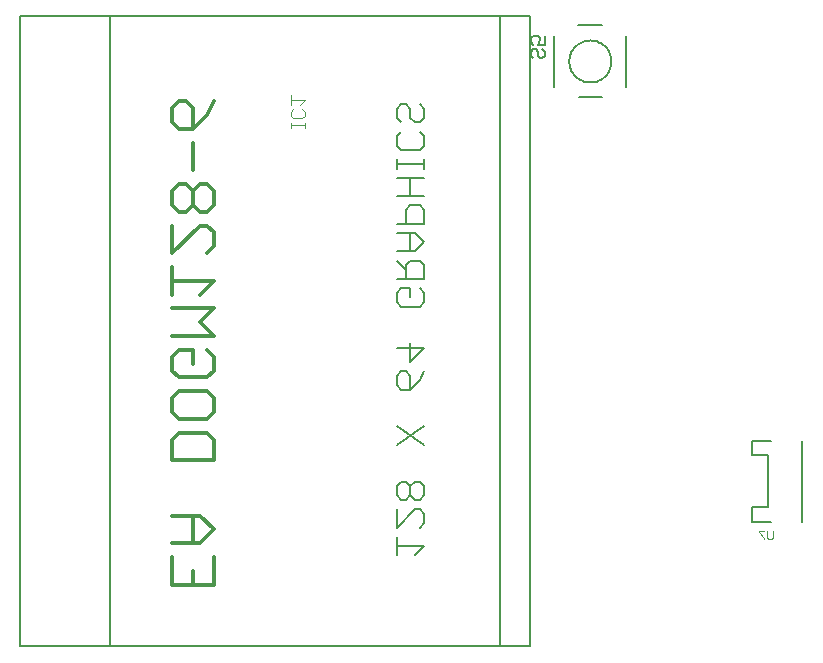
<source format=gbo>
G75*
G70*
%OFA0B0*%
%FSLAX24Y24*%
%IPPOS*%
%LPD*%
%AMOC8*
5,1,8,0,0,1.08239X$1,22.5*
%
%ADD10C,0.0080*%
%ADD11C,0.0020*%
%ADD12C,0.0050*%
%ADD13C,0.0120*%
%ADD14C,0.0040*%
D10*
X025670Y007170D02*
X025670Y007784D01*
X025670Y008091D02*
X026284Y008705D01*
X026437Y008705D01*
X026591Y008551D01*
X026591Y008244D01*
X026437Y008091D01*
X026591Y007477D02*
X025670Y007477D01*
X026284Y007170D02*
X026591Y007477D01*
X025670Y008091D02*
X025670Y008705D01*
X025823Y009012D02*
X025977Y009012D01*
X026130Y009165D01*
X026130Y009472D01*
X025977Y009625D01*
X025823Y009625D01*
X025670Y009472D01*
X025670Y009165D01*
X025823Y009012D01*
X026130Y009165D02*
X026284Y009012D01*
X026437Y009012D01*
X026591Y009165D01*
X026591Y009472D01*
X026437Y009625D01*
X026284Y009625D01*
X026130Y009472D01*
X025670Y010853D02*
X026591Y011467D01*
X026591Y010853D02*
X025670Y011467D01*
X025823Y012695D02*
X025670Y012848D01*
X025670Y013155D01*
X025823Y013309D01*
X025977Y013309D01*
X026130Y013155D01*
X026130Y012695D01*
X025823Y012695D01*
X026130Y012695D02*
X026437Y013002D01*
X026591Y013309D01*
X026130Y013616D02*
X026130Y014229D01*
X025670Y014076D02*
X026591Y014076D01*
X026130Y013616D01*
X025823Y015457D02*
X025670Y015611D01*
X025670Y015917D01*
X025823Y016071D01*
X026130Y016071D01*
X026130Y015764D01*
X026437Y015457D02*
X025823Y015457D01*
X026437Y015457D02*
X026591Y015611D01*
X026591Y015917D01*
X026437Y016071D01*
X026591Y016378D02*
X026591Y016838D01*
X026437Y016992D01*
X026130Y016992D01*
X025977Y016838D01*
X025977Y016378D01*
X025670Y016378D02*
X026591Y016378D01*
X025977Y016685D02*
X025670Y016992D01*
X025670Y017299D02*
X026284Y017299D01*
X026591Y017606D01*
X026284Y017913D01*
X025670Y017913D01*
X025670Y018219D02*
X026591Y018219D01*
X026591Y018680D01*
X026437Y018833D01*
X026130Y018833D01*
X025977Y018680D01*
X025977Y018219D01*
X026130Y017913D02*
X026130Y017299D01*
X026130Y019140D02*
X026130Y019754D01*
X025670Y019754D02*
X026591Y019754D01*
X026591Y020061D02*
X026591Y020368D01*
X026591Y020214D02*
X025670Y020214D01*
X025670Y020061D02*
X025670Y020368D01*
X025823Y020675D02*
X025670Y020828D01*
X025670Y021135D01*
X025823Y021289D01*
X025823Y021596D02*
X025670Y021749D01*
X025670Y022056D01*
X025823Y022210D01*
X025977Y022210D01*
X026130Y022056D01*
X026130Y021749D01*
X026284Y021596D01*
X026437Y021596D01*
X026591Y021749D01*
X026591Y022056D01*
X026437Y022210D01*
X026437Y021289D02*
X026591Y021135D01*
X026591Y020828D01*
X026437Y020675D01*
X025823Y020675D01*
X025670Y019140D02*
X026591Y019140D01*
X030930Y022780D02*
X030930Y024480D01*
X031725Y024830D02*
X032530Y024830D01*
X033330Y024480D02*
X033330Y022780D01*
X032530Y022430D02*
X031737Y022430D01*
X031430Y023630D02*
X031432Y023682D01*
X031438Y023734D01*
X031448Y023786D01*
X031461Y023836D01*
X031478Y023886D01*
X031499Y023934D01*
X031524Y023980D01*
X031552Y024024D01*
X031583Y024066D01*
X031617Y024106D01*
X031654Y024143D01*
X031694Y024177D01*
X031736Y024208D01*
X031780Y024236D01*
X031826Y024261D01*
X031874Y024282D01*
X031924Y024299D01*
X031974Y024312D01*
X032026Y024322D01*
X032078Y024328D01*
X032130Y024330D01*
X032182Y024328D01*
X032234Y024322D01*
X032286Y024312D01*
X032336Y024299D01*
X032386Y024282D01*
X032434Y024261D01*
X032480Y024236D01*
X032524Y024208D01*
X032566Y024177D01*
X032606Y024143D01*
X032643Y024106D01*
X032677Y024066D01*
X032708Y024024D01*
X032736Y023980D01*
X032761Y023934D01*
X032782Y023886D01*
X032799Y023836D01*
X032812Y023786D01*
X032822Y023734D01*
X032828Y023682D01*
X032830Y023630D01*
X032828Y023578D01*
X032822Y023526D01*
X032812Y023474D01*
X032799Y023424D01*
X032782Y023374D01*
X032761Y023326D01*
X032736Y023280D01*
X032708Y023236D01*
X032677Y023194D01*
X032643Y023154D01*
X032606Y023117D01*
X032566Y023083D01*
X032524Y023052D01*
X032480Y023024D01*
X032434Y022999D01*
X032386Y022978D01*
X032336Y022961D01*
X032286Y022948D01*
X032234Y022938D01*
X032182Y022932D01*
X032130Y022930D01*
X032078Y022932D01*
X032026Y022938D01*
X031974Y022948D01*
X031924Y022961D01*
X031874Y022978D01*
X031826Y022999D01*
X031780Y023024D01*
X031736Y023052D01*
X031694Y023083D01*
X031654Y023117D01*
X031617Y023154D01*
X031583Y023194D01*
X031552Y023236D01*
X031524Y023280D01*
X031499Y023326D01*
X031478Y023374D01*
X031461Y023424D01*
X031448Y023474D01*
X031438Y023526D01*
X031432Y023578D01*
X031430Y023630D01*
X037508Y010973D02*
X037508Y010500D01*
X038059Y010500D01*
X038059Y008768D01*
X037508Y008768D01*
X037508Y008295D01*
X038138Y008295D01*
X039201Y008295D02*
X039201Y010973D01*
X038138Y010973D02*
X037508Y010973D01*
D11*
X037747Y007989D02*
X037747Y007942D01*
X037934Y007756D01*
X037934Y007709D01*
X038024Y007756D02*
X038024Y007989D01*
X037934Y007989D02*
X037747Y007989D01*
X038024Y007756D02*
X038070Y007709D01*
X038164Y007709D01*
X038211Y007756D01*
X038211Y007989D01*
D12*
X013130Y004130D02*
X013130Y025130D01*
X016130Y025130D01*
X016130Y004130D01*
X013130Y004130D01*
X016130Y004130D02*
X029130Y004130D01*
X029130Y025130D01*
X030130Y025130D01*
X030130Y004130D01*
X029130Y004130D01*
X030230Y023734D02*
X030155Y023809D01*
X030155Y023959D01*
X030230Y024034D01*
X030305Y024034D01*
X030380Y023959D01*
X030380Y023809D01*
X030455Y023734D01*
X030530Y023734D01*
X030605Y023809D01*
X030605Y023959D01*
X030530Y024034D01*
X030605Y024195D02*
X030380Y024195D01*
X030455Y024345D01*
X030455Y024420D01*
X030380Y024495D01*
X030230Y024495D01*
X030155Y024420D01*
X030155Y024270D01*
X030230Y024195D01*
X030605Y024195D02*
X030605Y024495D01*
X029130Y025130D02*
X016130Y025130D01*
D13*
X018420Y022304D02*
X018650Y022304D01*
X018881Y022074D01*
X018881Y021383D01*
X018420Y021383D01*
X018190Y021613D01*
X018190Y022074D01*
X018420Y022304D01*
X019341Y021843D02*
X018881Y021383D01*
X019341Y021843D02*
X019571Y022304D01*
X018881Y020923D02*
X018881Y020002D01*
X019111Y019541D02*
X018881Y019311D01*
X018881Y018851D01*
X019111Y018621D01*
X019341Y018621D01*
X019571Y018851D01*
X019571Y019311D01*
X019341Y019541D01*
X019111Y019541D01*
X018881Y019311D02*
X018650Y019541D01*
X018420Y019541D01*
X018190Y019311D01*
X018190Y018851D01*
X018420Y018621D01*
X018650Y018621D01*
X018881Y018851D01*
X019111Y018160D02*
X019341Y018160D01*
X019571Y017930D01*
X019571Y017470D01*
X019341Y017239D01*
X019571Y016319D02*
X018190Y016319D01*
X018190Y016779D02*
X018190Y015858D01*
X018190Y015398D02*
X019571Y015398D01*
X019111Y014937D01*
X019571Y014477D01*
X018190Y014477D01*
X018420Y014017D02*
X018190Y013786D01*
X018190Y013326D01*
X018420Y013096D01*
X019341Y013096D01*
X019571Y013326D01*
X019571Y013786D01*
X019341Y014017D01*
X018881Y014017D02*
X018881Y013556D01*
X018881Y014017D02*
X018420Y014017D01*
X018420Y012636D02*
X019341Y012636D01*
X019571Y012405D01*
X019571Y011945D01*
X019341Y011715D01*
X018420Y011715D01*
X018190Y011945D01*
X018190Y012405D01*
X018420Y012636D01*
X018420Y011254D02*
X019341Y011254D01*
X019571Y011024D01*
X019571Y010334D01*
X018190Y010334D01*
X018190Y011024D01*
X018420Y011254D01*
X018190Y008492D02*
X019111Y008492D01*
X019571Y008032D01*
X019111Y007571D01*
X018190Y007571D01*
X018190Y007111D02*
X018190Y006190D01*
X019571Y006190D01*
X019571Y007111D01*
X018881Y007571D02*
X018881Y008492D01*
X018881Y006650D02*
X018881Y006190D01*
X019111Y015858D02*
X019571Y016319D01*
X018190Y017239D02*
X019111Y018160D01*
X018190Y018160D02*
X018190Y017239D01*
D14*
X022150Y021422D02*
X022150Y021576D01*
X022150Y021499D02*
X022610Y021499D01*
X022610Y021422D02*
X022610Y021576D01*
X022534Y021729D02*
X022227Y021729D01*
X022150Y021806D01*
X022150Y021959D01*
X022227Y022036D01*
X022150Y022190D02*
X022150Y022497D01*
X022150Y022343D02*
X022610Y022343D01*
X022457Y022190D01*
X022534Y022036D02*
X022610Y021959D01*
X022610Y021806D01*
X022534Y021729D01*
M02*

</source>
